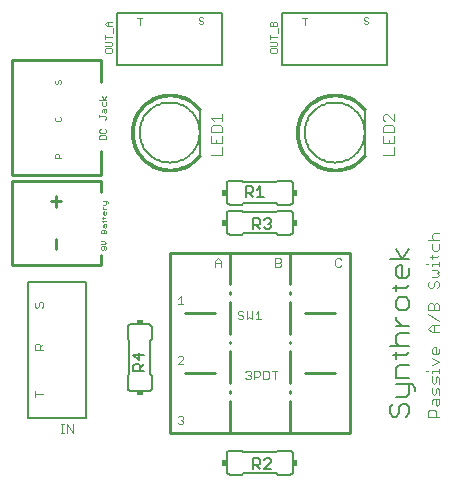
<source format=gto>
G75*
G70*
%OFA0B0*%
%FSLAX24Y24*%
%IPPOS*%
%LPD*%
%AMOC8*
5,1,8,0,0,1.08239X$1,22.5*
%
%ADD10C,0.0060*%
%ADD11C,0.0030*%
%ADD12C,0.0100*%
%ADD13C,0.0040*%
%ADD14C,0.0050*%
%ADD15C,0.0020*%
%ADD16C,0.0080*%
%ADD17C,0.0010*%
%ADD18R,0.0150X0.0200*%
%ADD19R,0.0200X0.0150*%
D10*
X004402Y003796D02*
X004402Y004196D01*
X004452Y004246D01*
X004452Y005359D01*
X004402Y005409D01*
X004402Y005809D01*
X004404Y005826D01*
X004408Y005843D01*
X004415Y005859D01*
X004425Y005873D01*
X004438Y005886D01*
X004452Y005896D01*
X004468Y005903D01*
X004485Y005907D01*
X004502Y005909D01*
X005102Y005909D01*
X005119Y005907D01*
X005136Y005903D01*
X005152Y005896D01*
X005166Y005886D01*
X005179Y005873D01*
X005189Y005859D01*
X005196Y005843D01*
X005200Y005826D01*
X005202Y005809D01*
X005202Y005409D01*
X005152Y005359D01*
X005152Y004246D01*
X005202Y004196D01*
X005202Y003796D01*
X005200Y003779D01*
X005196Y003762D01*
X005189Y003746D01*
X005179Y003732D01*
X005166Y003719D01*
X005152Y003709D01*
X005136Y003702D01*
X005119Y003698D01*
X005102Y003696D01*
X004502Y003696D01*
X004485Y003698D01*
X004468Y003702D01*
X004452Y003709D01*
X004438Y003719D01*
X004425Y003732D01*
X004415Y003746D01*
X004408Y003762D01*
X004404Y003779D01*
X004402Y003796D01*
X007696Y001602D02*
X007696Y001002D01*
X007698Y000985D01*
X007702Y000968D01*
X007709Y000952D01*
X007719Y000938D01*
X007732Y000925D01*
X007746Y000915D01*
X007762Y000908D01*
X007779Y000904D01*
X007796Y000902D01*
X008196Y000902D01*
X008246Y000952D01*
X009359Y000952D01*
X009409Y000902D01*
X009809Y000902D01*
X009826Y000904D01*
X009843Y000908D01*
X009859Y000915D01*
X009873Y000925D01*
X009886Y000938D01*
X009896Y000952D01*
X009903Y000968D01*
X009907Y000985D01*
X009909Y001002D01*
X009909Y001602D01*
X009907Y001619D01*
X009903Y001636D01*
X009896Y001652D01*
X009886Y001666D01*
X009873Y001679D01*
X009859Y001689D01*
X009843Y001696D01*
X009826Y001700D01*
X009809Y001702D01*
X009409Y001702D01*
X009359Y001652D01*
X008246Y001652D01*
X008196Y001702D01*
X007796Y001702D01*
X007779Y001700D01*
X007762Y001696D01*
X007746Y001689D01*
X007732Y001679D01*
X007719Y001666D01*
X007709Y001652D01*
X007702Y001636D01*
X007698Y001619D01*
X007696Y001602D01*
X013132Y002939D02*
X013239Y002832D01*
X013345Y002832D01*
X013452Y002939D01*
X013452Y003153D01*
X013559Y003259D01*
X013666Y003259D01*
X013772Y003153D01*
X013772Y002939D01*
X013666Y002832D01*
X013132Y002939D02*
X013132Y003153D01*
X013239Y003259D01*
X013345Y003477D02*
X013666Y003477D01*
X013772Y003584D01*
X013772Y003904D01*
X013879Y003904D02*
X013986Y003797D01*
X013986Y003690D01*
X013879Y003904D02*
X013345Y003904D01*
X013345Y004121D02*
X013345Y004442D01*
X013452Y004548D01*
X013772Y004548D01*
X013666Y004873D02*
X013772Y004979D01*
X013666Y004873D02*
X013239Y004873D01*
X013345Y004979D02*
X013345Y004766D01*
X013452Y005196D02*
X013345Y005302D01*
X013345Y005516D01*
X013452Y005623D01*
X013772Y005623D01*
X013772Y005840D02*
X013345Y005840D01*
X013345Y006054D02*
X013345Y006160D01*
X013345Y006054D02*
X013559Y005840D01*
X013452Y006377D02*
X013666Y006377D01*
X013772Y006484D01*
X013772Y006697D01*
X013666Y006804D01*
X013452Y006804D01*
X013345Y006697D01*
X013345Y006484D01*
X013452Y006377D01*
X013345Y007022D02*
X013345Y007235D01*
X013239Y007129D02*
X013666Y007129D01*
X013772Y007235D01*
X013666Y007451D02*
X013452Y007451D01*
X013345Y007558D01*
X013345Y007772D01*
X013452Y007878D01*
X013559Y007878D01*
X013559Y007451D01*
X013666Y007451D02*
X013772Y007558D01*
X013772Y007772D01*
X013772Y008096D02*
X013132Y008096D01*
X013345Y008416D02*
X013559Y008096D01*
X013772Y008416D01*
X013772Y005196D02*
X013132Y005196D01*
X013345Y004121D02*
X013772Y004121D01*
X009809Y008902D02*
X009409Y008902D01*
X009359Y008952D01*
X008246Y008952D01*
X008196Y008902D01*
X007796Y008902D01*
X007779Y008904D01*
X007762Y008908D01*
X007746Y008915D01*
X007732Y008925D01*
X007719Y008938D01*
X007709Y008952D01*
X007702Y008968D01*
X007698Y008985D01*
X007696Y009002D01*
X007696Y009602D01*
X007698Y009619D01*
X007702Y009636D01*
X007709Y009652D01*
X007719Y009666D01*
X007732Y009679D01*
X007746Y009689D01*
X007762Y009696D01*
X007779Y009700D01*
X007796Y009702D01*
X008196Y009702D01*
X008246Y009652D01*
X009359Y009652D01*
X009409Y009702D01*
X009809Y009702D01*
X009826Y009700D01*
X009843Y009696D01*
X009859Y009689D01*
X009873Y009679D01*
X009886Y009666D01*
X009896Y009652D01*
X009903Y009636D01*
X009907Y009619D01*
X009909Y009602D01*
X009909Y009002D01*
X009907Y008985D01*
X009903Y008968D01*
X009896Y008952D01*
X009886Y008938D01*
X009873Y008925D01*
X009859Y008915D01*
X009843Y008908D01*
X009826Y008904D01*
X009809Y008902D01*
X009809Y009902D02*
X009409Y009902D01*
X009359Y009952D01*
X008246Y009952D01*
X008196Y009902D01*
X007796Y009902D01*
X007779Y009904D01*
X007762Y009908D01*
X007746Y009915D01*
X007732Y009925D01*
X007719Y009938D01*
X007709Y009952D01*
X007702Y009968D01*
X007698Y009985D01*
X007696Y010002D01*
X007696Y010602D01*
X007698Y010619D01*
X007702Y010636D01*
X007709Y010652D01*
X007719Y010666D01*
X007732Y010679D01*
X007746Y010689D01*
X007762Y010696D01*
X007779Y010700D01*
X007796Y010702D01*
X008196Y010702D01*
X008246Y010652D01*
X009359Y010652D01*
X009409Y010702D01*
X009809Y010702D01*
X009826Y010700D01*
X009843Y010696D01*
X009859Y010689D01*
X009873Y010679D01*
X009886Y010666D01*
X009896Y010652D01*
X009903Y010636D01*
X009907Y010619D01*
X009909Y010602D01*
X009909Y010002D01*
X009907Y009985D01*
X009903Y009968D01*
X009896Y009952D01*
X009886Y009938D01*
X009873Y009925D01*
X009859Y009915D01*
X009843Y009908D01*
X009826Y009904D01*
X009809Y009902D01*
X010302Y012302D02*
X010304Y012365D01*
X010310Y012427D01*
X010320Y012489D01*
X010333Y012551D01*
X010351Y012611D01*
X010372Y012670D01*
X010397Y012728D01*
X010426Y012784D01*
X010458Y012838D01*
X010493Y012890D01*
X010531Y012939D01*
X010573Y012987D01*
X010617Y013031D01*
X010665Y013073D01*
X010714Y013111D01*
X010766Y013146D01*
X010820Y013178D01*
X010876Y013207D01*
X010934Y013232D01*
X010993Y013253D01*
X011053Y013271D01*
X011115Y013284D01*
X011177Y013294D01*
X011239Y013300D01*
X011302Y013302D01*
X011365Y013300D01*
X011427Y013294D01*
X011489Y013284D01*
X011551Y013271D01*
X011611Y013253D01*
X011670Y013232D01*
X011728Y013207D01*
X011784Y013178D01*
X011838Y013146D01*
X011890Y013111D01*
X011939Y013073D01*
X011987Y013031D01*
X012031Y012987D01*
X012073Y012939D01*
X012111Y012890D01*
X012146Y012838D01*
X012178Y012784D01*
X012207Y012728D01*
X012232Y012670D01*
X012253Y012611D01*
X012271Y012551D01*
X012284Y012489D01*
X012294Y012427D01*
X012300Y012365D01*
X012302Y012302D01*
X012300Y012239D01*
X012294Y012177D01*
X012284Y012115D01*
X012271Y012053D01*
X012253Y011993D01*
X012232Y011934D01*
X012207Y011876D01*
X012178Y011820D01*
X012146Y011766D01*
X012111Y011714D01*
X012073Y011665D01*
X012031Y011617D01*
X011987Y011573D01*
X011939Y011531D01*
X011890Y011493D01*
X011838Y011458D01*
X011784Y011426D01*
X011728Y011397D01*
X011670Y011372D01*
X011611Y011351D01*
X011551Y011333D01*
X011489Y011320D01*
X011427Y011310D01*
X011365Y011304D01*
X011302Y011302D01*
X011239Y011304D01*
X011177Y011310D01*
X011115Y011320D01*
X011053Y011333D01*
X010993Y011351D01*
X010934Y011372D01*
X010876Y011397D01*
X010820Y011426D01*
X010766Y011458D01*
X010714Y011493D01*
X010665Y011531D01*
X010617Y011573D01*
X010573Y011617D01*
X010531Y011665D01*
X010493Y011714D01*
X010458Y011766D01*
X010426Y011820D01*
X010397Y011876D01*
X010372Y011934D01*
X010351Y011993D01*
X010333Y012053D01*
X010320Y012115D01*
X010310Y012177D01*
X010304Y012239D01*
X010302Y012302D01*
X004802Y012302D02*
X004804Y012365D01*
X004810Y012427D01*
X004820Y012489D01*
X004833Y012551D01*
X004851Y012611D01*
X004872Y012670D01*
X004897Y012728D01*
X004926Y012784D01*
X004958Y012838D01*
X004993Y012890D01*
X005031Y012939D01*
X005073Y012987D01*
X005117Y013031D01*
X005165Y013073D01*
X005214Y013111D01*
X005266Y013146D01*
X005320Y013178D01*
X005376Y013207D01*
X005434Y013232D01*
X005493Y013253D01*
X005553Y013271D01*
X005615Y013284D01*
X005677Y013294D01*
X005739Y013300D01*
X005802Y013302D01*
X005865Y013300D01*
X005927Y013294D01*
X005989Y013284D01*
X006051Y013271D01*
X006111Y013253D01*
X006170Y013232D01*
X006228Y013207D01*
X006284Y013178D01*
X006338Y013146D01*
X006390Y013111D01*
X006439Y013073D01*
X006487Y013031D01*
X006531Y012987D01*
X006573Y012939D01*
X006611Y012890D01*
X006646Y012838D01*
X006678Y012784D01*
X006707Y012728D01*
X006732Y012670D01*
X006753Y012611D01*
X006771Y012551D01*
X006784Y012489D01*
X006794Y012427D01*
X006800Y012365D01*
X006802Y012302D01*
X006800Y012239D01*
X006794Y012177D01*
X006784Y012115D01*
X006771Y012053D01*
X006753Y011993D01*
X006732Y011934D01*
X006707Y011876D01*
X006678Y011820D01*
X006646Y011766D01*
X006611Y011714D01*
X006573Y011665D01*
X006531Y011617D01*
X006487Y011573D01*
X006439Y011531D01*
X006390Y011493D01*
X006338Y011458D01*
X006284Y011426D01*
X006228Y011397D01*
X006170Y011372D01*
X006111Y011351D01*
X006051Y011333D01*
X005989Y011320D01*
X005927Y011310D01*
X005865Y011304D01*
X005802Y011302D01*
X005739Y011304D01*
X005677Y011310D01*
X005615Y011320D01*
X005553Y011333D01*
X005493Y011351D01*
X005434Y011372D01*
X005376Y011397D01*
X005320Y011426D01*
X005266Y011458D01*
X005214Y011493D01*
X005165Y011531D01*
X005117Y011573D01*
X005073Y011617D01*
X005031Y011665D01*
X004993Y011714D01*
X004958Y011766D01*
X004926Y011820D01*
X004897Y011876D01*
X004872Y011934D01*
X004851Y011993D01*
X004833Y012053D01*
X004820Y012115D01*
X004810Y012177D01*
X004804Y012239D01*
X004802Y012302D01*
D11*
X002273Y002297D02*
X002176Y002297D01*
X002225Y002297D02*
X002225Y002588D01*
X002273Y002588D02*
X002176Y002588D01*
X002373Y002588D02*
X002373Y002297D01*
X002566Y002297D02*
X002566Y002588D01*
X002373Y002588D02*
X002566Y002297D01*
X001587Y003589D02*
X001297Y003589D01*
X001297Y003492D02*
X001297Y003686D01*
X001297Y005067D02*
X001297Y005212D01*
X001346Y005261D01*
X001442Y005261D01*
X001491Y005212D01*
X001491Y005067D01*
X001587Y005067D02*
X001297Y005067D01*
X001491Y005164D02*
X001587Y005261D01*
X001539Y006467D02*
X001587Y006516D01*
X001587Y006612D01*
X001539Y006661D01*
X001491Y006661D01*
X001442Y006612D01*
X001442Y006516D01*
X001394Y006467D01*
X001346Y006467D01*
X001297Y006516D01*
X001297Y006612D01*
X001346Y006661D01*
X001967Y011454D02*
X001967Y011559D01*
X002002Y011594D01*
X002072Y011594D01*
X002107Y011559D01*
X002107Y011454D01*
X002177Y011454D02*
X001967Y011454D01*
X002002Y012679D02*
X002142Y012679D01*
X002177Y012714D01*
X002177Y012784D01*
X002142Y012819D01*
X002002Y012819D02*
X001967Y012784D01*
X001967Y012714D01*
X002002Y012679D01*
X002002Y013914D02*
X002037Y013914D01*
X002072Y013949D01*
X002072Y014019D01*
X002107Y014054D01*
X002142Y014054D01*
X002177Y014019D01*
X002177Y013949D01*
X002142Y013914D01*
X002002Y013914D02*
X001967Y013949D01*
X001967Y014019D01*
X002002Y014054D01*
X003460Y013398D02*
X003670Y013398D01*
X003600Y013398D02*
X003530Y013503D01*
X003600Y013398D02*
X003670Y013503D01*
X003670Y013317D02*
X003670Y013212D01*
X003635Y013177D01*
X003565Y013177D01*
X003530Y013212D01*
X003530Y013317D01*
X003565Y013096D02*
X003670Y013096D01*
X003670Y012991D01*
X003635Y012956D01*
X003600Y012991D01*
X003600Y013096D01*
X003565Y013096D02*
X003530Y013061D01*
X003530Y012991D01*
X003460Y012875D02*
X003460Y012805D01*
X003460Y012840D02*
X003635Y012840D01*
X003670Y012805D01*
X003670Y012770D01*
X003635Y012735D01*
X003635Y012433D02*
X003670Y012398D01*
X003670Y012328D01*
X003635Y012293D01*
X003495Y012293D01*
X003460Y012328D01*
X003460Y012398D01*
X003495Y012433D01*
X003495Y012212D02*
X003460Y012177D01*
X003460Y012072D01*
X003670Y012072D01*
X003670Y012177D01*
X003635Y012212D01*
X003495Y012212D01*
X007167Y012183D02*
X007167Y011936D01*
X007537Y011936D01*
X007537Y012183D01*
X007537Y012304D02*
X007537Y012489D01*
X007476Y012551D01*
X007229Y012551D01*
X007167Y012489D01*
X007167Y012304D01*
X007537Y012304D01*
X007352Y012059D02*
X007352Y011936D01*
X007537Y011814D02*
X007537Y011567D01*
X007167Y011567D01*
X007291Y012672D02*
X007167Y012796D01*
X007537Y012796D01*
X007537Y012919D02*
X007537Y012672D01*
X012917Y012734D02*
X012979Y012672D01*
X012917Y012734D02*
X012917Y012857D01*
X012979Y012919D01*
X013041Y012919D01*
X013287Y012672D01*
X013287Y012919D01*
X013226Y012551D02*
X012979Y012551D01*
X012917Y012489D01*
X012917Y012304D01*
X013287Y012304D01*
X013287Y012489D01*
X013226Y012551D01*
X013287Y012183D02*
X013287Y011936D01*
X012917Y011936D01*
X012917Y012183D01*
X013102Y012059D02*
X013102Y011936D01*
X013287Y011814D02*
X013287Y011567D01*
X012917Y011567D01*
X014602Y008957D02*
X014787Y008957D01*
X014602Y008957D02*
X014541Y008895D01*
X014541Y008772D01*
X014602Y008710D01*
X014541Y008589D02*
X014541Y008404D01*
X014602Y008342D01*
X014726Y008342D01*
X014787Y008404D01*
X014787Y008589D01*
X014787Y008710D02*
X014417Y008710D01*
X014541Y008220D02*
X014541Y008096D01*
X014479Y008158D02*
X014726Y008158D01*
X014787Y008220D01*
X014787Y007974D02*
X014787Y007851D01*
X014787Y007913D02*
X014541Y007913D01*
X014541Y007851D01*
X014541Y007729D02*
X014726Y007729D01*
X014787Y007668D01*
X014726Y007606D01*
X014787Y007544D01*
X014726Y007483D01*
X014541Y007483D01*
X014479Y007361D02*
X014417Y007299D01*
X014417Y007176D01*
X014479Y007114D01*
X014541Y007114D01*
X014602Y007176D01*
X014602Y007299D01*
X014664Y007361D01*
X014726Y007361D01*
X014787Y007299D01*
X014787Y007176D01*
X014726Y007114D01*
X014726Y006624D02*
X014664Y006624D01*
X014602Y006563D01*
X014602Y006378D01*
X014602Y006563D02*
X014541Y006624D01*
X014479Y006624D01*
X014417Y006563D01*
X014417Y006378D01*
X014787Y006378D01*
X014787Y006563D01*
X014726Y006624D01*
X014417Y006256D02*
X014787Y006009D01*
X014787Y005888D02*
X014541Y005888D01*
X014417Y005764D01*
X014541Y005641D01*
X014787Y005641D01*
X014602Y005641D02*
X014602Y005888D01*
X014602Y005151D02*
X014664Y005151D01*
X014664Y004904D01*
X014726Y004904D02*
X014602Y004904D01*
X014541Y004966D01*
X014541Y005090D01*
X014602Y005151D01*
X014787Y005090D02*
X014787Y004966D01*
X014726Y004904D01*
X014541Y004783D02*
X014787Y004660D01*
X014541Y004536D01*
X014541Y004352D02*
X014787Y004352D01*
X014787Y004291D02*
X014787Y004414D01*
X014726Y004169D02*
X014664Y004107D01*
X014664Y003984D01*
X014602Y003922D01*
X014541Y003984D01*
X014541Y004169D01*
X014541Y004291D02*
X014541Y004352D01*
X014417Y004352D02*
X014355Y004352D01*
X014726Y004169D02*
X014787Y004107D01*
X014787Y003922D01*
X014726Y003801D02*
X014664Y003739D01*
X014664Y003616D01*
X014602Y003554D01*
X014541Y003616D01*
X014541Y003801D01*
X014726Y003801D02*
X014787Y003739D01*
X014787Y003554D01*
X014787Y003433D02*
X014787Y003247D01*
X014726Y003186D01*
X014664Y003247D01*
X014664Y003433D01*
X014602Y003433D02*
X014787Y003433D01*
X014602Y003433D02*
X014541Y003371D01*
X014541Y003247D01*
X014602Y003064D02*
X014479Y003064D01*
X014417Y003003D01*
X014417Y002817D01*
X014787Y002817D01*
X014664Y002817D02*
X014664Y003003D01*
X014602Y003064D01*
X014417Y007913D02*
X014355Y007913D01*
D12*
X011802Y008302D02*
X011802Y002302D01*
X009802Y002302D01*
X009802Y003359D01*
X009802Y003630D02*
X009802Y003679D01*
X009802Y003950D02*
X009802Y005007D01*
X009802Y005278D02*
X009802Y005327D01*
X009802Y005598D02*
X009802Y006655D01*
X009802Y006925D02*
X009802Y006975D01*
X009802Y007245D02*
X009802Y008302D01*
X011802Y008302D01*
X011302Y006302D02*
X010302Y006302D01*
X010302Y004302D02*
X011302Y004302D01*
X009802Y002302D02*
X007802Y002302D01*
X007802Y003359D01*
X007802Y003630D02*
X007802Y003679D01*
X007802Y003950D02*
X007802Y005007D01*
X007802Y005278D02*
X007802Y005327D01*
X007802Y005598D02*
X007802Y006655D01*
X007802Y006925D02*
X007802Y006975D01*
X007802Y007245D02*
X007802Y008302D01*
X009802Y008302D01*
X007802Y008302D02*
X005802Y008302D01*
X005802Y002302D01*
X007802Y002302D01*
X007302Y004302D02*
X006302Y004302D01*
X006302Y006302D02*
X007302Y006302D01*
X003527Y007902D02*
X003527Y008210D01*
X003527Y007902D02*
X000552Y007902D01*
X000552Y010702D01*
X003527Y010702D01*
X003527Y010307D01*
X003527Y010877D02*
X003527Y011685D01*
X003527Y010877D02*
X000552Y010877D01*
X000552Y014727D01*
X003527Y014727D01*
X003527Y013992D01*
X002017Y010182D02*
X002017Y009827D01*
X001842Y010007D02*
X002192Y010007D01*
X002017Y008767D02*
X002017Y008417D01*
D13*
X006072Y006759D02*
X006166Y006853D01*
X006166Y006572D01*
X006259Y006572D02*
X006072Y006572D01*
X007322Y007822D02*
X007322Y008009D01*
X007416Y008103D01*
X007509Y008009D01*
X007509Y007822D01*
X007509Y007962D02*
X007322Y007962D01*
X008119Y006353D02*
X008072Y006306D01*
X008072Y006259D01*
X008119Y006212D01*
X008212Y006212D01*
X008259Y006166D01*
X008259Y006119D01*
X008212Y006072D01*
X008119Y006072D01*
X008072Y006119D01*
X008259Y006306D02*
X008212Y006353D01*
X008119Y006353D01*
X008367Y006353D02*
X008367Y006072D01*
X008460Y006166D01*
X008554Y006072D01*
X008554Y006353D01*
X008662Y006259D02*
X008755Y006353D01*
X008755Y006072D01*
X008662Y006072D02*
X008848Y006072D01*
X008912Y004353D02*
X009052Y004353D01*
X009098Y004306D01*
X009098Y004119D01*
X009052Y004072D01*
X008912Y004072D01*
X008912Y004353D01*
X008804Y004306D02*
X008804Y004212D01*
X008757Y004166D01*
X008617Y004166D01*
X008617Y004072D02*
X008617Y004353D01*
X008757Y004353D01*
X008804Y004306D01*
X008509Y004306D02*
X008509Y004259D01*
X008462Y004212D01*
X008509Y004166D01*
X008509Y004119D01*
X008462Y004072D01*
X008369Y004072D01*
X008322Y004119D01*
X008416Y004212D02*
X008462Y004212D01*
X008509Y004306D02*
X008462Y004353D01*
X008369Y004353D01*
X008322Y004306D01*
X009206Y004353D02*
X009393Y004353D01*
X009300Y004353D02*
X009300Y004072D01*
X006259Y004572D02*
X006072Y004572D01*
X006259Y004759D01*
X006259Y004806D01*
X006212Y004853D01*
X006119Y004853D01*
X006072Y004806D01*
X006119Y002853D02*
X006072Y002806D01*
X006119Y002853D02*
X006212Y002853D01*
X006259Y002806D01*
X006259Y002759D01*
X006212Y002712D01*
X006259Y002666D01*
X006259Y002619D01*
X006212Y002572D01*
X006119Y002572D01*
X006072Y002619D01*
X006166Y002712D02*
X006212Y002712D01*
X009322Y007822D02*
X009462Y007822D01*
X009509Y007869D01*
X009509Y007916D01*
X009462Y007962D01*
X009322Y007962D01*
X009322Y007822D02*
X009322Y008103D01*
X009462Y008103D01*
X009509Y008056D01*
X009509Y008009D01*
X009462Y007962D01*
X011322Y007869D02*
X011369Y007822D01*
X011462Y007822D01*
X011509Y007869D01*
X011322Y007869D02*
X011322Y008056D01*
X011369Y008103D01*
X011462Y008103D01*
X011509Y008056D01*
D14*
X009179Y009146D02*
X009121Y009087D01*
X009004Y009087D01*
X008946Y009146D01*
X008811Y009087D02*
X008694Y009204D01*
X008752Y009204D02*
X008811Y009262D01*
X008811Y009379D01*
X008752Y009438D01*
X008577Y009438D01*
X008577Y009087D01*
X008577Y009204D02*
X008752Y009204D01*
X008946Y009379D02*
X009004Y009438D01*
X009121Y009438D01*
X009179Y009379D01*
X009179Y009321D01*
X009121Y009262D01*
X009179Y009204D01*
X009179Y009146D01*
X009121Y009262D02*
X009062Y009262D01*
X008943Y010167D02*
X008709Y010167D01*
X008826Y010167D02*
X008826Y010518D01*
X008709Y010401D01*
X008574Y010459D02*
X008574Y010342D01*
X008516Y010284D01*
X008341Y010284D01*
X008457Y010284D02*
X008574Y010167D01*
X008341Y010167D02*
X008341Y010518D01*
X008516Y010518D01*
X008574Y010459D01*
X009552Y014552D02*
X009552Y016302D01*
X013052Y016302D01*
X013052Y014552D01*
X009552Y014552D01*
X007552Y014552D02*
X004052Y014552D01*
X004052Y016302D01*
X007552Y016302D01*
X007552Y014552D01*
X003002Y007327D02*
X001077Y007327D01*
X001077Y002777D01*
X003002Y002777D01*
X003002Y007327D01*
X004587Y004884D02*
X004762Y004709D01*
X004762Y004943D01*
X004937Y004884D02*
X004587Y004884D01*
X004645Y004574D02*
X004762Y004574D01*
X004821Y004516D01*
X004821Y004341D01*
X004937Y004341D02*
X004587Y004341D01*
X004587Y004516D01*
X004645Y004574D01*
X004821Y004457D02*
X004937Y004574D01*
X008577Y001438D02*
X008577Y001087D01*
X008577Y001204D02*
X008752Y001204D01*
X008811Y001262D01*
X008811Y001379D01*
X008752Y001438D01*
X008577Y001438D01*
X008694Y001204D02*
X008811Y001087D01*
X008946Y001087D02*
X009179Y001321D01*
X009179Y001379D01*
X009121Y001438D01*
X009004Y001438D01*
X008946Y001379D01*
X008946Y001087D02*
X009179Y001087D01*
D15*
X003656Y008386D02*
X003686Y008416D01*
X003686Y008476D01*
X003656Y008506D01*
X003536Y008506D01*
X003506Y008476D01*
X003506Y008416D01*
X003536Y008386D01*
X003566Y008386D01*
X003596Y008416D01*
X003596Y008506D01*
X003626Y008570D02*
X003506Y008570D01*
X003626Y008570D02*
X003686Y008630D01*
X003626Y008690D01*
X003506Y008690D01*
X003506Y008938D02*
X003506Y009028D01*
X003536Y009058D01*
X003566Y009058D01*
X003596Y009028D01*
X003596Y008938D01*
X003686Y008938D02*
X003686Y009028D01*
X003656Y009058D01*
X003626Y009058D01*
X003596Y009028D01*
X003656Y009122D02*
X003626Y009152D01*
X003626Y009242D01*
X003596Y009242D02*
X003686Y009242D01*
X003686Y009152D01*
X003656Y009122D01*
X003566Y009152D02*
X003566Y009212D01*
X003596Y009242D01*
X003566Y009306D02*
X003566Y009367D01*
X003536Y009336D02*
X003656Y009336D01*
X003686Y009367D01*
X003656Y009459D02*
X003536Y009459D01*
X003566Y009429D02*
X003566Y009489D01*
X003596Y009552D02*
X003566Y009582D01*
X003566Y009642D01*
X003596Y009672D01*
X003626Y009672D01*
X003626Y009552D01*
X003656Y009552D02*
X003596Y009552D01*
X003656Y009552D02*
X003686Y009582D01*
X003686Y009642D01*
X003686Y009736D02*
X003566Y009736D01*
X003626Y009736D02*
X003566Y009796D01*
X003566Y009826D01*
X003566Y009890D02*
X003656Y009890D01*
X003686Y009920D01*
X003686Y010010D01*
X003716Y010010D02*
X003746Y009980D01*
X003746Y009950D01*
X003716Y010010D02*
X003566Y010010D01*
X003686Y009489D02*
X003656Y009459D01*
X003686Y008938D02*
X003506Y008938D01*
X003684Y014962D02*
X003831Y014962D01*
X003867Y014999D01*
X003867Y015072D01*
X003831Y015109D01*
X003684Y015109D01*
X003647Y015072D01*
X003647Y014999D01*
X003684Y014962D01*
X003647Y015183D02*
X003831Y015183D01*
X003867Y015220D01*
X003867Y015293D01*
X003831Y015330D01*
X003647Y015330D01*
X003647Y015404D02*
X003647Y015551D01*
X003647Y015478D02*
X003867Y015478D01*
X003904Y015625D02*
X003904Y015772D01*
X003867Y015846D02*
X003721Y015846D01*
X003647Y015920D01*
X003721Y015993D01*
X003867Y015993D01*
X003757Y015993D02*
X003757Y015846D01*
X004725Y016120D02*
X004872Y016120D01*
X004798Y016120D02*
X004798Y015900D01*
X006775Y015962D02*
X006812Y015925D01*
X006885Y015925D01*
X006922Y015962D01*
X006922Y015998D01*
X006885Y016035D01*
X006812Y016035D01*
X006775Y016072D01*
X006775Y016108D01*
X006812Y016145D01*
X006885Y016145D01*
X006922Y016108D01*
X009147Y015956D02*
X009147Y015846D01*
X009367Y015846D01*
X009367Y015956D01*
X009331Y015993D01*
X009294Y015993D01*
X009257Y015956D01*
X009257Y015846D01*
X009257Y015956D02*
X009221Y015993D01*
X009184Y015993D01*
X009147Y015956D01*
X009404Y015772D02*
X009404Y015625D01*
X009367Y015478D02*
X009147Y015478D01*
X009147Y015551D02*
X009147Y015404D01*
X009147Y015330D02*
X009331Y015330D01*
X009367Y015293D01*
X009367Y015220D01*
X009331Y015183D01*
X009147Y015183D01*
X009184Y015109D02*
X009147Y015072D01*
X009147Y014999D01*
X009184Y014962D01*
X009331Y014962D01*
X009367Y014999D01*
X009367Y015072D01*
X009331Y015109D01*
X009184Y015109D01*
X010298Y015900D02*
X010298Y016120D01*
X010225Y016120D02*
X010372Y016120D01*
X012275Y016108D02*
X012275Y016072D01*
X012312Y016035D01*
X012385Y016035D01*
X012422Y015998D01*
X012422Y015962D01*
X012385Y015925D01*
X012312Y015925D01*
X012275Y015962D01*
X012275Y016108D02*
X012312Y016145D01*
X012385Y016145D01*
X012422Y016108D01*
D16*
X012302Y013052D02*
X012302Y011552D01*
X006802Y011552D02*
X006802Y013052D01*
D17*
X006834Y013082D02*
X006762Y013028D01*
X006763Y013029D02*
X006720Y013082D01*
X006675Y013133D01*
X006626Y013181D01*
X006575Y013226D01*
X006521Y013269D01*
X006465Y013308D01*
X006407Y013344D01*
X006347Y013377D01*
X006286Y013406D01*
X006222Y013431D01*
X006158Y013453D01*
X006092Y013472D01*
X006025Y013486D01*
X005958Y013497D01*
X005890Y013504D01*
X005822Y013507D01*
X005753Y013506D01*
X005685Y013501D01*
X005617Y013493D01*
X005550Y013480D01*
X005484Y013464D01*
X005419Y013444D01*
X005354Y013421D01*
X005292Y013394D01*
X005231Y013363D01*
X005172Y013329D01*
X005114Y013292D01*
X005059Y013251D01*
X005007Y013207D01*
X004957Y013161D01*
X004910Y013112D01*
X004865Y013060D01*
X004824Y013006D01*
X004785Y012949D01*
X004750Y012890D01*
X004719Y012830D01*
X004691Y012768D01*
X004666Y012704D01*
X004645Y012639D01*
X004628Y012573D01*
X004614Y012506D01*
X004605Y012438D01*
X004599Y012370D01*
X004597Y012302D01*
X004599Y012234D01*
X004605Y012166D01*
X004614Y012098D01*
X004628Y012031D01*
X004645Y011965D01*
X004666Y011900D01*
X004691Y011836D01*
X004719Y011774D01*
X004750Y011714D01*
X004785Y011655D01*
X004824Y011598D01*
X004865Y011544D01*
X004910Y011492D01*
X004957Y011443D01*
X005007Y011397D01*
X005059Y011353D01*
X005114Y011312D01*
X005172Y011275D01*
X005231Y011241D01*
X005292Y011210D01*
X005354Y011183D01*
X005419Y011160D01*
X005484Y011140D01*
X005550Y011124D01*
X005617Y011111D01*
X005685Y011103D01*
X005753Y011098D01*
X005822Y011097D01*
X005890Y011100D01*
X005958Y011107D01*
X006025Y011118D01*
X006092Y011132D01*
X006158Y011151D01*
X006222Y011173D01*
X006286Y011198D01*
X006347Y011227D01*
X006407Y011260D01*
X006465Y011296D01*
X006521Y011335D01*
X006575Y011378D01*
X006626Y011423D01*
X006675Y011471D01*
X006720Y011522D01*
X006763Y011575D01*
X006834Y011522D01*
X006835Y011521D01*
X006791Y011466D01*
X006743Y011413D01*
X006693Y011362D01*
X006640Y011315D01*
X006585Y011271D01*
X006527Y011229D01*
X006467Y011191D01*
X006406Y011156D01*
X006342Y011125D01*
X006277Y011097D01*
X006210Y011073D01*
X006142Y011052D01*
X006073Y011036D01*
X006003Y011023D01*
X005933Y011014D01*
X005862Y011008D01*
X005791Y011007D01*
X005720Y011010D01*
X005649Y011016D01*
X005579Y011026D01*
X005510Y011040D01*
X005441Y011058D01*
X005373Y011080D01*
X005307Y011105D01*
X005242Y011134D01*
X005179Y011167D01*
X005118Y011203D01*
X005059Y011242D01*
X005002Y011284D01*
X004947Y011329D01*
X004895Y011378D01*
X004846Y011429D01*
X004799Y011482D01*
X004756Y011539D01*
X004716Y011597D01*
X004679Y011658D01*
X004645Y011720D01*
X004615Y011784D01*
X004588Y011850D01*
X004565Y011917D01*
X004546Y011986D01*
X004531Y012055D01*
X004519Y012125D01*
X004511Y012196D01*
X004507Y012267D01*
X004507Y012337D01*
X004511Y012408D01*
X004519Y012479D01*
X004531Y012549D01*
X004546Y012618D01*
X004565Y012687D01*
X004588Y012754D01*
X004615Y012820D01*
X004645Y012884D01*
X004679Y012946D01*
X004716Y013007D01*
X004756Y013065D01*
X004799Y013122D01*
X004846Y013175D01*
X004895Y013226D01*
X004947Y013275D01*
X005002Y013320D01*
X005059Y013362D01*
X005118Y013401D01*
X005179Y013437D01*
X005242Y013470D01*
X005307Y013499D01*
X005373Y013524D01*
X005441Y013546D01*
X005510Y013564D01*
X005579Y013578D01*
X005649Y013588D01*
X005720Y013594D01*
X005791Y013597D01*
X005862Y013596D01*
X005933Y013590D01*
X006003Y013581D01*
X006073Y013568D01*
X006142Y013552D01*
X006210Y013531D01*
X006277Y013507D01*
X006342Y013479D01*
X006406Y013448D01*
X006467Y013413D01*
X006527Y013375D01*
X006585Y013333D01*
X006640Y013289D01*
X006693Y013242D01*
X006743Y013191D01*
X006791Y013138D01*
X006835Y013083D01*
X006828Y013078D01*
X006783Y013133D01*
X006736Y013186D01*
X006685Y013237D01*
X006632Y013284D01*
X006576Y013329D01*
X006518Y013370D01*
X006458Y013408D01*
X006396Y013443D01*
X006332Y013474D01*
X006266Y013501D01*
X006199Y013525D01*
X006130Y013545D01*
X006061Y013562D01*
X005991Y013574D01*
X005920Y013583D01*
X005849Y013587D01*
X005778Y013588D01*
X005707Y013584D01*
X005636Y013577D01*
X005565Y013566D01*
X005496Y013551D01*
X005427Y013532D01*
X005359Y013509D01*
X005293Y013483D01*
X005228Y013453D01*
X005166Y013419D01*
X005105Y013383D01*
X005046Y013342D01*
X004989Y013299D01*
X004935Y013252D01*
X004884Y013203D01*
X004836Y013150D01*
X004790Y013096D01*
X004748Y013038D01*
X004709Y012979D01*
X004673Y012917D01*
X004640Y012854D01*
X004612Y012789D01*
X004586Y012722D01*
X004565Y012654D01*
X004547Y012585D01*
X004534Y012515D01*
X004524Y012444D01*
X004518Y012373D01*
X004516Y012302D01*
X004518Y012231D01*
X004524Y012160D01*
X004534Y012089D01*
X004547Y012019D01*
X004565Y011950D01*
X004586Y011882D01*
X004612Y011815D01*
X004640Y011750D01*
X004673Y011687D01*
X004709Y011625D01*
X004748Y011566D01*
X004790Y011508D01*
X004836Y011454D01*
X004884Y011401D01*
X004935Y011352D01*
X004989Y011305D01*
X005046Y011262D01*
X005105Y011221D01*
X005166Y011185D01*
X005228Y011151D01*
X005293Y011121D01*
X005359Y011095D01*
X005427Y011072D01*
X005496Y011053D01*
X005565Y011038D01*
X005636Y011027D01*
X005707Y011020D01*
X005778Y011016D01*
X005849Y011017D01*
X005920Y011021D01*
X005991Y011030D01*
X006061Y011042D01*
X006130Y011059D01*
X006199Y011079D01*
X006266Y011103D01*
X006332Y011130D01*
X006396Y011161D01*
X006458Y011196D01*
X006518Y011234D01*
X006576Y011275D01*
X006632Y011320D01*
X006685Y011367D01*
X006736Y011418D01*
X006783Y011471D01*
X006828Y011526D01*
X006821Y011532D01*
X006776Y011477D01*
X006729Y011424D01*
X006679Y011374D01*
X006626Y011327D01*
X006571Y011283D01*
X006513Y011241D01*
X006454Y011204D01*
X006392Y011169D01*
X006328Y011138D01*
X006263Y011111D01*
X006196Y011087D01*
X006128Y011067D01*
X006059Y011051D01*
X005990Y011039D01*
X005919Y011030D01*
X005849Y011026D01*
X005778Y011025D01*
X005707Y011029D01*
X005637Y011036D01*
X005567Y011047D01*
X005498Y011062D01*
X005430Y011081D01*
X005362Y011103D01*
X005297Y011129D01*
X005232Y011159D01*
X005170Y011192D01*
X005110Y011229D01*
X005051Y011269D01*
X004995Y011312D01*
X004941Y011358D01*
X004891Y011408D01*
X004842Y011459D01*
X004797Y011514D01*
X004755Y011571D01*
X004716Y011630D01*
X004681Y011691D01*
X004648Y011754D01*
X004620Y011819D01*
X004595Y011885D01*
X004574Y011953D01*
X004556Y012021D01*
X004543Y012091D01*
X004533Y012161D01*
X004527Y012231D01*
X004525Y012302D01*
X004527Y012373D01*
X004533Y012443D01*
X004543Y012513D01*
X004556Y012583D01*
X004574Y012651D01*
X004595Y012719D01*
X004620Y012785D01*
X004648Y012850D01*
X004681Y012913D01*
X004716Y012974D01*
X004755Y013033D01*
X004797Y013090D01*
X004842Y013145D01*
X004891Y013196D01*
X004941Y013246D01*
X004995Y013292D01*
X005051Y013335D01*
X005110Y013375D01*
X005170Y013412D01*
X005232Y013445D01*
X005297Y013475D01*
X005362Y013501D01*
X005430Y013523D01*
X005498Y013542D01*
X005567Y013557D01*
X005637Y013568D01*
X005707Y013575D01*
X005778Y013579D01*
X005849Y013578D01*
X005919Y013574D01*
X005990Y013565D01*
X006059Y013553D01*
X006128Y013537D01*
X006196Y013517D01*
X006263Y013493D01*
X006328Y013466D01*
X006392Y013435D01*
X006454Y013400D01*
X006513Y013363D01*
X006571Y013321D01*
X006626Y013277D01*
X006679Y013230D01*
X006729Y013180D01*
X006776Y013127D01*
X006821Y013072D01*
X006813Y013067D01*
X006769Y013122D01*
X006721Y013175D01*
X006671Y013225D01*
X006618Y013273D01*
X006562Y013317D01*
X006504Y013358D01*
X006444Y013395D01*
X006382Y013430D01*
X006318Y013460D01*
X006252Y013487D01*
X006185Y013511D01*
X006117Y013530D01*
X006047Y013546D01*
X005977Y013558D01*
X005907Y013566D01*
X005836Y013570D01*
X005765Y013569D01*
X005694Y013565D01*
X005623Y013557D01*
X005553Y013545D01*
X005484Y013529D01*
X005416Y013510D01*
X005348Y013486D01*
X005283Y013459D01*
X005219Y013428D01*
X005157Y013394D01*
X005097Y013356D01*
X005039Y013314D01*
X004983Y013270D01*
X004930Y013223D01*
X004880Y013172D01*
X004833Y013119D01*
X004788Y013064D01*
X004747Y013006D01*
X004710Y012946D01*
X004675Y012883D01*
X004644Y012819D01*
X004617Y012754D01*
X004594Y012687D01*
X004574Y012618D01*
X004558Y012549D01*
X004546Y012479D01*
X004538Y012408D01*
X004534Y012338D01*
X004534Y012266D01*
X004538Y012196D01*
X004546Y012125D01*
X004558Y012055D01*
X004574Y011986D01*
X004594Y011917D01*
X004617Y011850D01*
X004644Y011785D01*
X004675Y011721D01*
X004710Y011658D01*
X004747Y011598D01*
X004788Y011540D01*
X004833Y011485D01*
X004880Y011432D01*
X004930Y011381D01*
X004983Y011334D01*
X005039Y011290D01*
X005097Y011248D01*
X005157Y011210D01*
X005219Y011176D01*
X005283Y011145D01*
X005348Y011118D01*
X005416Y011094D01*
X005484Y011075D01*
X005553Y011059D01*
X005623Y011047D01*
X005694Y011039D01*
X005765Y011035D01*
X005836Y011034D01*
X005907Y011038D01*
X005977Y011046D01*
X006047Y011058D01*
X006117Y011074D01*
X006185Y011093D01*
X006252Y011117D01*
X006318Y011144D01*
X006382Y011174D01*
X006444Y011209D01*
X006504Y011246D01*
X006562Y011287D01*
X006618Y011331D01*
X006671Y011379D01*
X006721Y011429D01*
X006769Y011482D01*
X006813Y011537D01*
X006806Y011543D01*
X006762Y011488D01*
X006715Y011435D01*
X006665Y011385D01*
X006612Y011338D01*
X006557Y011294D01*
X006499Y011254D01*
X006440Y011216D01*
X006378Y011182D01*
X006314Y011152D01*
X006249Y011125D01*
X006182Y011102D01*
X006114Y011082D01*
X006046Y011067D01*
X005976Y011055D01*
X005906Y011047D01*
X005835Y011043D01*
X005765Y011044D01*
X005694Y011048D01*
X005624Y011056D01*
X005555Y011068D01*
X005486Y011083D01*
X005418Y011103D01*
X005352Y011126D01*
X005287Y011153D01*
X005223Y011184D01*
X005161Y011218D01*
X005102Y011256D01*
X005044Y011297D01*
X004989Y011341D01*
X004936Y011388D01*
X004887Y011438D01*
X004840Y011490D01*
X004796Y011546D01*
X004755Y011603D01*
X004717Y011663D01*
X004683Y011725D01*
X004653Y011788D01*
X004626Y011853D01*
X004602Y011920D01*
X004583Y011988D01*
X004567Y012057D01*
X004555Y012126D01*
X004547Y012196D01*
X004543Y012267D01*
X004543Y012337D01*
X004547Y012408D01*
X004555Y012478D01*
X004567Y012547D01*
X004583Y012616D01*
X004602Y012684D01*
X004626Y012751D01*
X004653Y012816D01*
X004683Y012879D01*
X004717Y012941D01*
X004755Y013001D01*
X004796Y013058D01*
X004840Y013114D01*
X004887Y013166D01*
X004936Y013216D01*
X004989Y013263D01*
X005044Y013307D01*
X005102Y013348D01*
X005161Y013386D01*
X005223Y013420D01*
X005287Y013451D01*
X005352Y013478D01*
X005418Y013501D01*
X005486Y013521D01*
X005555Y013536D01*
X005624Y013548D01*
X005694Y013556D01*
X005765Y013560D01*
X005835Y013561D01*
X005906Y013557D01*
X005976Y013549D01*
X006046Y013537D01*
X006114Y013522D01*
X006182Y013502D01*
X006249Y013479D01*
X006314Y013452D01*
X006378Y013422D01*
X006440Y013388D01*
X006499Y013350D01*
X006557Y013310D01*
X006612Y013266D01*
X006665Y013219D01*
X006715Y013169D01*
X006762Y013116D01*
X006806Y013061D01*
X006799Y013056D01*
X006755Y013111D01*
X006708Y013163D01*
X006659Y013212D01*
X006606Y013259D01*
X006552Y013302D01*
X006494Y013343D01*
X006435Y013380D01*
X006374Y013414D01*
X006310Y013444D01*
X006246Y013471D01*
X006179Y013494D01*
X006112Y013513D01*
X006044Y013528D01*
X005975Y013540D01*
X005905Y013548D01*
X005835Y013552D01*
X005765Y013551D01*
X005695Y013547D01*
X005626Y013539D01*
X005557Y013528D01*
X005488Y013512D01*
X005421Y013493D01*
X005355Y013469D01*
X005290Y013442D01*
X005227Y013412D01*
X005166Y013378D01*
X005107Y013341D01*
X005049Y013300D01*
X004995Y013256D01*
X004943Y013210D01*
X004893Y013160D01*
X004846Y013108D01*
X004803Y013053D01*
X004762Y012996D01*
X004725Y012937D01*
X004691Y012875D01*
X004661Y012812D01*
X004634Y012747D01*
X004611Y012681D01*
X004592Y012614D01*
X004576Y012546D01*
X004564Y012477D01*
X004556Y012407D01*
X004552Y012337D01*
X004552Y012267D01*
X004556Y012197D01*
X004564Y012127D01*
X004576Y012058D01*
X004592Y011990D01*
X004611Y011923D01*
X004634Y011857D01*
X004661Y011792D01*
X004691Y011729D01*
X004725Y011667D01*
X004762Y011608D01*
X004803Y011551D01*
X004846Y011496D01*
X004893Y011444D01*
X004943Y011394D01*
X004995Y011348D01*
X005049Y011304D01*
X005107Y011263D01*
X005166Y011226D01*
X005227Y011192D01*
X005290Y011162D01*
X005355Y011135D01*
X005421Y011111D01*
X005488Y011092D01*
X005557Y011076D01*
X005626Y011065D01*
X005695Y011057D01*
X005765Y011053D01*
X005835Y011052D01*
X005905Y011056D01*
X005975Y011064D01*
X006044Y011076D01*
X006112Y011091D01*
X006179Y011110D01*
X006246Y011133D01*
X006310Y011160D01*
X006374Y011190D01*
X006435Y011224D01*
X006494Y011261D01*
X006552Y011302D01*
X006606Y011345D01*
X006659Y011392D01*
X006708Y011441D01*
X006755Y011493D01*
X006799Y011548D01*
X006792Y011553D01*
X006748Y011499D01*
X006702Y011447D01*
X006653Y011398D01*
X006601Y011352D01*
X006546Y011309D01*
X006489Y011269D01*
X006430Y011232D01*
X006369Y011198D01*
X006307Y011168D01*
X006242Y011142D01*
X006177Y011119D01*
X006110Y011100D01*
X006042Y011084D01*
X005973Y011073D01*
X005904Y011065D01*
X005835Y011061D01*
X005765Y011062D01*
X005696Y011066D01*
X005627Y011073D01*
X005558Y011085D01*
X005491Y011101D01*
X005424Y011120D01*
X005358Y011143D01*
X005294Y011170D01*
X005231Y011200D01*
X005170Y011234D01*
X005112Y011271D01*
X005055Y011311D01*
X005001Y011354D01*
X004949Y011401D01*
X004900Y011450D01*
X004853Y011502D01*
X004810Y011556D01*
X004770Y011613D01*
X004733Y011672D01*
X004699Y011733D01*
X004669Y011796D01*
X004642Y011860D01*
X004619Y011925D01*
X004600Y011992D01*
X004585Y012060D01*
X004573Y012129D01*
X004565Y012198D01*
X004561Y012267D01*
X004561Y012337D01*
X004565Y012406D01*
X004573Y012475D01*
X004585Y012544D01*
X004600Y012612D01*
X004619Y012679D01*
X004642Y012744D01*
X004669Y012808D01*
X004699Y012871D01*
X004733Y012932D01*
X004770Y012991D01*
X004810Y013048D01*
X004853Y013102D01*
X004900Y013154D01*
X004949Y013203D01*
X005001Y013250D01*
X005055Y013293D01*
X005112Y013333D01*
X005170Y013370D01*
X005231Y013404D01*
X005294Y013434D01*
X005358Y013461D01*
X005424Y013484D01*
X005491Y013503D01*
X005558Y013519D01*
X005627Y013531D01*
X005696Y013538D01*
X005765Y013542D01*
X005835Y013543D01*
X005904Y013539D01*
X005973Y013531D01*
X006042Y013520D01*
X006110Y013504D01*
X006177Y013485D01*
X006242Y013462D01*
X006307Y013436D01*
X006369Y013406D01*
X006430Y013372D01*
X006489Y013335D01*
X006546Y013295D01*
X006601Y013252D01*
X006653Y013206D01*
X006702Y013157D01*
X006748Y013105D01*
X006792Y013051D01*
X006785Y013045D01*
X006741Y013099D01*
X006695Y013150D01*
X006646Y013199D01*
X006595Y013245D01*
X006541Y013288D01*
X006484Y013328D01*
X006426Y013364D01*
X006365Y013398D01*
X006303Y013428D01*
X006239Y013454D01*
X006174Y013476D01*
X006108Y013495D01*
X006040Y013511D01*
X005972Y013522D01*
X005904Y013530D01*
X005835Y013534D01*
X005766Y013533D01*
X005697Y013529D01*
X005628Y013522D01*
X005560Y013510D01*
X005493Y013495D01*
X005426Y013475D01*
X005361Y013452D01*
X005298Y013426D01*
X005235Y013396D01*
X005175Y013363D01*
X005117Y013326D01*
X005060Y013286D01*
X005006Y013243D01*
X004955Y013197D01*
X004906Y013148D01*
X004860Y013096D01*
X004817Y013042D01*
X004777Y012986D01*
X004741Y012927D01*
X004707Y012867D01*
X004677Y012805D01*
X004651Y012741D01*
X004628Y012676D01*
X004609Y012609D01*
X004594Y012542D01*
X004582Y012474D01*
X004574Y012405D01*
X004570Y012337D01*
X004570Y012267D01*
X004574Y012199D01*
X004582Y012130D01*
X004594Y012062D01*
X004609Y011995D01*
X004628Y011928D01*
X004651Y011863D01*
X004677Y011799D01*
X004707Y011737D01*
X004741Y011677D01*
X004777Y011618D01*
X004817Y011562D01*
X004860Y011508D01*
X004906Y011456D01*
X004955Y011407D01*
X005006Y011361D01*
X005060Y011318D01*
X005117Y011278D01*
X005175Y011241D01*
X005235Y011208D01*
X005298Y011178D01*
X005361Y011152D01*
X005426Y011129D01*
X005493Y011109D01*
X005560Y011094D01*
X005628Y011082D01*
X005697Y011075D01*
X005766Y011071D01*
X005835Y011070D01*
X005904Y011074D01*
X005972Y011082D01*
X006040Y011093D01*
X006108Y011109D01*
X006174Y011128D01*
X006239Y011150D01*
X006303Y011176D01*
X006365Y011206D01*
X006426Y011240D01*
X006484Y011276D01*
X006541Y011316D01*
X006595Y011359D01*
X006646Y011405D01*
X006695Y011454D01*
X006741Y011505D01*
X006785Y011559D01*
X006777Y011564D01*
X006734Y011510D01*
X006688Y011459D01*
X006638Y011410D01*
X006587Y011364D01*
X006532Y011321D01*
X006475Y011281D01*
X006417Y011245D01*
X006356Y011211D01*
X006293Y011182D01*
X006229Y011156D01*
X006163Y011134D01*
X006096Y011115D01*
X006029Y011100D01*
X005960Y011089D01*
X005891Y011082D01*
X005822Y011079D01*
X005753Y011080D01*
X005683Y011085D01*
X005615Y011093D01*
X005547Y011106D01*
X005479Y011122D01*
X005413Y011143D01*
X005348Y011166D01*
X005284Y011194D01*
X005222Y011225D01*
X005162Y011260D01*
X005104Y011298D01*
X005048Y011339D01*
X004995Y011383D01*
X004944Y011430D01*
X004896Y011480D01*
X004851Y011533D01*
X004809Y011588D01*
X004770Y011645D01*
X004735Y011705D01*
X004703Y011766D01*
X004674Y011829D01*
X004649Y011894D01*
X004628Y011960D01*
X004610Y012027D01*
X004597Y012095D01*
X004587Y012164D01*
X004581Y012233D01*
X004579Y012302D01*
X004581Y012371D01*
X004587Y012440D01*
X004597Y012509D01*
X004610Y012577D01*
X004628Y012644D01*
X004649Y012710D01*
X004674Y012775D01*
X004703Y012838D01*
X004735Y012899D01*
X004770Y012959D01*
X004809Y013016D01*
X004851Y013071D01*
X004896Y013124D01*
X004944Y013174D01*
X004995Y013221D01*
X005048Y013265D01*
X005104Y013306D01*
X005162Y013344D01*
X005222Y013379D01*
X005284Y013410D01*
X005348Y013438D01*
X005413Y013461D01*
X005479Y013482D01*
X005547Y013498D01*
X005615Y013511D01*
X005683Y013519D01*
X005753Y013524D01*
X005822Y013525D01*
X005891Y013522D01*
X005960Y013515D01*
X006029Y013504D01*
X006096Y013489D01*
X006163Y013470D01*
X006229Y013448D01*
X006293Y013422D01*
X006356Y013393D01*
X006417Y013359D01*
X006475Y013323D01*
X006532Y013283D01*
X006587Y013240D01*
X006638Y013194D01*
X006688Y013145D01*
X006734Y013094D01*
X006777Y013040D01*
X006770Y013034D01*
X006727Y013088D01*
X006681Y013139D01*
X006632Y013188D01*
X006581Y013233D01*
X006527Y013276D01*
X006470Y013315D01*
X006412Y013352D01*
X006352Y013385D01*
X006289Y013414D01*
X006226Y013440D01*
X006160Y013462D01*
X006094Y013480D01*
X006027Y013495D01*
X005959Y013506D01*
X005890Y013513D01*
X005822Y013516D01*
X005753Y013515D01*
X005684Y013510D01*
X005616Y013502D01*
X005548Y013489D01*
X005482Y013473D01*
X005416Y013453D01*
X005351Y013429D01*
X005288Y013402D01*
X005227Y013371D01*
X005167Y013337D01*
X005109Y013299D01*
X005054Y013258D01*
X005001Y013214D01*
X004951Y013167D01*
X004903Y013118D01*
X004858Y013066D01*
X004816Y013011D01*
X004778Y012954D01*
X004743Y012895D01*
X004711Y012834D01*
X004682Y012771D01*
X004658Y012707D01*
X004636Y012641D01*
X004619Y012575D01*
X004606Y012507D01*
X004596Y012439D01*
X004590Y012371D01*
X004588Y012302D01*
X004590Y012233D01*
X004596Y012165D01*
X004606Y012097D01*
X004619Y012029D01*
X004636Y011963D01*
X004658Y011897D01*
X004682Y011833D01*
X004711Y011770D01*
X004743Y011709D01*
X004778Y011650D01*
X004816Y011593D01*
X004858Y011538D01*
X004903Y011486D01*
X004951Y011437D01*
X005001Y011390D01*
X005054Y011346D01*
X005109Y011305D01*
X005167Y011267D01*
X005227Y011233D01*
X005288Y011202D01*
X005351Y011175D01*
X005416Y011151D01*
X005482Y011131D01*
X005548Y011115D01*
X005616Y011102D01*
X005684Y011094D01*
X005753Y011089D01*
X005822Y011088D01*
X005890Y011091D01*
X005959Y011098D01*
X006027Y011109D01*
X006094Y011124D01*
X006160Y011142D01*
X006226Y011164D01*
X006289Y011190D01*
X006352Y011219D01*
X006412Y011252D01*
X006470Y011289D01*
X006527Y011328D01*
X006581Y011371D01*
X006632Y011416D01*
X006681Y011465D01*
X006727Y011516D01*
X006770Y011570D01*
X012334Y013082D02*
X012262Y013028D01*
X012263Y013029D02*
X012220Y013082D01*
X012175Y013133D01*
X012126Y013181D01*
X012075Y013226D01*
X012021Y013269D01*
X011965Y013308D01*
X011907Y013344D01*
X011847Y013377D01*
X011786Y013406D01*
X011722Y013431D01*
X011658Y013453D01*
X011592Y013472D01*
X011525Y013486D01*
X011458Y013497D01*
X011390Y013504D01*
X011322Y013507D01*
X011253Y013506D01*
X011185Y013501D01*
X011117Y013493D01*
X011050Y013480D01*
X010984Y013464D01*
X010919Y013444D01*
X010854Y013421D01*
X010792Y013394D01*
X010731Y013363D01*
X010672Y013329D01*
X010614Y013292D01*
X010559Y013251D01*
X010507Y013207D01*
X010457Y013161D01*
X010410Y013112D01*
X010365Y013060D01*
X010324Y013006D01*
X010285Y012949D01*
X010250Y012890D01*
X010219Y012830D01*
X010191Y012768D01*
X010166Y012704D01*
X010145Y012639D01*
X010128Y012573D01*
X010114Y012506D01*
X010105Y012438D01*
X010099Y012370D01*
X010097Y012302D01*
X010099Y012234D01*
X010105Y012166D01*
X010114Y012098D01*
X010128Y012031D01*
X010145Y011965D01*
X010166Y011900D01*
X010191Y011836D01*
X010219Y011774D01*
X010250Y011714D01*
X010285Y011655D01*
X010324Y011598D01*
X010365Y011544D01*
X010410Y011492D01*
X010457Y011443D01*
X010507Y011397D01*
X010559Y011353D01*
X010614Y011312D01*
X010672Y011275D01*
X010731Y011241D01*
X010792Y011210D01*
X010854Y011183D01*
X010919Y011160D01*
X010984Y011140D01*
X011050Y011124D01*
X011117Y011111D01*
X011185Y011103D01*
X011253Y011098D01*
X011322Y011097D01*
X011390Y011100D01*
X011458Y011107D01*
X011525Y011118D01*
X011592Y011132D01*
X011658Y011151D01*
X011722Y011173D01*
X011786Y011198D01*
X011847Y011227D01*
X011907Y011260D01*
X011965Y011296D01*
X012021Y011335D01*
X012075Y011378D01*
X012126Y011423D01*
X012175Y011471D01*
X012220Y011522D01*
X012263Y011575D01*
X012334Y011522D01*
X012335Y011521D01*
X012291Y011466D01*
X012243Y011413D01*
X012193Y011362D01*
X012140Y011315D01*
X012085Y011271D01*
X012027Y011229D01*
X011967Y011191D01*
X011906Y011156D01*
X011842Y011125D01*
X011777Y011097D01*
X011710Y011073D01*
X011642Y011052D01*
X011573Y011036D01*
X011503Y011023D01*
X011433Y011014D01*
X011362Y011008D01*
X011291Y011007D01*
X011220Y011010D01*
X011149Y011016D01*
X011079Y011026D01*
X011010Y011040D01*
X010941Y011058D01*
X010873Y011080D01*
X010807Y011105D01*
X010742Y011134D01*
X010679Y011167D01*
X010618Y011203D01*
X010559Y011242D01*
X010502Y011284D01*
X010447Y011329D01*
X010395Y011378D01*
X010346Y011429D01*
X010299Y011482D01*
X010256Y011539D01*
X010216Y011597D01*
X010179Y011658D01*
X010145Y011720D01*
X010115Y011784D01*
X010088Y011850D01*
X010065Y011917D01*
X010046Y011986D01*
X010031Y012055D01*
X010019Y012125D01*
X010011Y012196D01*
X010007Y012267D01*
X010007Y012337D01*
X010011Y012408D01*
X010019Y012479D01*
X010031Y012549D01*
X010046Y012618D01*
X010065Y012687D01*
X010088Y012754D01*
X010115Y012820D01*
X010145Y012884D01*
X010179Y012946D01*
X010216Y013007D01*
X010256Y013065D01*
X010299Y013122D01*
X010346Y013175D01*
X010395Y013226D01*
X010447Y013275D01*
X010502Y013320D01*
X010559Y013362D01*
X010618Y013401D01*
X010679Y013437D01*
X010742Y013470D01*
X010807Y013499D01*
X010873Y013524D01*
X010941Y013546D01*
X011010Y013564D01*
X011079Y013578D01*
X011149Y013588D01*
X011220Y013594D01*
X011291Y013597D01*
X011362Y013596D01*
X011433Y013590D01*
X011503Y013581D01*
X011573Y013568D01*
X011642Y013552D01*
X011710Y013531D01*
X011777Y013507D01*
X011842Y013479D01*
X011906Y013448D01*
X011967Y013413D01*
X012027Y013375D01*
X012085Y013333D01*
X012140Y013289D01*
X012193Y013242D01*
X012243Y013191D01*
X012291Y013138D01*
X012335Y013083D01*
X012328Y013078D01*
X012283Y013133D01*
X012236Y013186D01*
X012185Y013237D01*
X012132Y013284D01*
X012076Y013329D01*
X012018Y013370D01*
X011958Y013408D01*
X011896Y013443D01*
X011832Y013474D01*
X011766Y013501D01*
X011699Y013525D01*
X011630Y013545D01*
X011561Y013562D01*
X011491Y013574D01*
X011420Y013583D01*
X011349Y013587D01*
X011278Y013588D01*
X011207Y013584D01*
X011136Y013577D01*
X011065Y013566D01*
X010996Y013551D01*
X010927Y013532D01*
X010859Y013509D01*
X010793Y013483D01*
X010728Y013453D01*
X010666Y013419D01*
X010605Y013383D01*
X010546Y013342D01*
X010489Y013299D01*
X010435Y013252D01*
X010384Y013203D01*
X010336Y013150D01*
X010290Y013096D01*
X010248Y013038D01*
X010209Y012979D01*
X010173Y012917D01*
X010140Y012854D01*
X010112Y012789D01*
X010086Y012722D01*
X010065Y012654D01*
X010047Y012585D01*
X010034Y012515D01*
X010024Y012444D01*
X010018Y012373D01*
X010016Y012302D01*
X010018Y012231D01*
X010024Y012160D01*
X010034Y012089D01*
X010047Y012019D01*
X010065Y011950D01*
X010086Y011882D01*
X010112Y011815D01*
X010140Y011750D01*
X010173Y011687D01*
X010209Y011625D01*
X010248Y011566D01*
X010290Y011508D01*
X010336Y011454D01*
X010384Y011401D01*
X010435Y011352D01*
X010489Y011305D01*
X010546Y011262D01*
X010605Y011221D01*
X010666Y011185D01*
X010728Y011151D01*
X010793Y011121D01*
X010859Y011095D01*
X010927Y011072D01*
X010996Y011053D01*
X011065Y011038D01*
X011136Y011027D01*
X011207Y011020D01*
X011278Y011016D01*
X011349Y011017D01*
X011420Y011021D01*
X011491Y011030D01*
X011561Y011042D01*
X011630Y011059D01*
X011699Y011079D01*
X011766Y011103D01*
X011832Y011130D01*
X011896Y011161D01*
X011958Y011196D01*
X012018Y011234D01*
X012076Y011275D01*
X012132Y011320D01*
X012185Y011367D01*
X012236Y011418D01*
X012283Y011471D01*
X012328Y011526D01*
X012321Y011532D01*
X012276Y011477D01*
X012229Y011424D01*
X012179Y011374D01*
X012126Y011327D01*
X012071Y011283D01*
X012013Y011241D01*
X011954Y011204D01*
X011892Y011169D01*
X011828Y011138D01*
X011763Y011111D01*
X011696Y011087D01*
X011628Y011067D01*
X011559Y011051D01*
X011490Y011039D01*
X011419Y011030D01*
X011349Y011026D01*
X011278Y011025D01*
X011207Y011029D01*
X011137Y011036D01*
X011067Y011047D01*
X010998Y011062D01*
X010930Y011081D01*
X010862Y011103D01*
X010797Y011129D01*
X010732Y011159D01*
X010670Y011192D01*
X010610Y011229D01*
X010551Y011269D01*
X010495Y011312D01*
X010441Y011358D01*
X010391Y011408D01*
X010342Y011459D01*
X010297Y011514D01*
X010255Y011571D01*
X010216Y011630D01*
X010181Y011691D01*
X010148Y011754D01*
X010120Y011819D01*
X010095Y011885D01*
X010074Y011953D01*
X010056Y012021D01*
X010043Y012091D01*
X010033Y012161D01*
X010027Y012231D01*
X010025Y012302D01*
X010027Y012373D01*
X010033Y012443D01*
X010043Y012513D01*
X010056Y012583D01*
X010074Y012651D01*
X010095Y012719D01*
X010120Y012785D01*
X010148Y012850D01*
X010181Y012913D01*
X010216Y012974D01*
X010255Y013033D01*
X010297Y013090D01*
X010342Y013145D01*
X010391Y013196D01*
X010441Y013246D01*
X010495Y013292D01*
X010551Y013335D01*
X010610Y013375D01*
X010670Y013412D01*
X010732Y013445D01*
X010797Y013475D01*
X010862Y013501D01*
X010930Y013523D01*
X010998Y013542D01*
X011067Y013557D01*
X011137Y013568D01*
X011207Y013575D01*
X011278Y013579D01*
X011349Y013578D01*
X011419Y013574D01*
X011490Y013565D01*
X011559Y013553D01*
X011628Y013537D01*
X011696Y013517D01*
X011763Y013493D01*
X011828Y013466D01*
X011892Y013435D01*
X011954Y013400D01*
X012013Y013363D01*
X012071Y013321D01*
X012126Y013277D01*
X012179Y013230D01*
X012229Y013180D01*
X012276Y013127D01*
X012321Y013072D01*
X012313Y013067D01*
X012269Y013122D01*
X012221Y013175D01*
X012171Y013225D01*
X012118Y013273D01*
X012062Y013317D01*
X012004Y013358D01*
X011944Y013395D01*
X011882Y013430D01*
X011818Y013460D01*
X011752Y013487D01*
X011685Y013511D01*
X011617Y013530D01*
X011547Y013546D01*
X011477Y013558D01*
X011407Y013566D01*
X011336Y013570D01*
X011265Y013569D01*
X011194Y013565D01*
X011123Y013557D01*
X011053Y013545D01*
X010984Y013529D01*
X010916Y013510D01*
X010848Y013486D01*
X010783Y013459D01*
X010719Y013428D01*
X010657Y013394D01*
X010597Y013356D01*
X010539Y013314D01*
X010483Y013270D01*
X010430Y013223D01*
X010380Y013172D01*
X010333Y013119D01*
X010288Y013064D01*
X010247Y013006D01*
X010210Y012946D01*
X010175Y012883D01*
X010144Y012819D01*
X010117Y012754D01*
X010094Y012687D01*
X010074Y012618D01*
X010058Y012549D01*
X010046Y012479D01*
X010038Y012408D01*
X010034Y012338D01*
X010034Y012266D01*
X010038Y012196D01*
X010046Y012125D01*
X010058Y012055D01*
X010074Y011986D01*
X010094Y011917D01*
X010117Y011850D01*
X010144Y011785D01*
X010175Y011721D01*
X010210Y011658D01*
X010247Y011598D01*
X010288Y011540D01*
X010333Y011485D01*
X010380Y011432D01*
X010430Y011381D01*
X010483Y011334D01*
X010539Y011290D01*
X010597Y011248D01*
X010657Y011210D01*
X010719Y011176D01*
X010783Y011145D01*
X010848Y011118D01*
X010916Y011094D01*
X010984Y011075D01*
X011053Y011059D01*
X011123Y011047D01*
X011194Y011039D01*
X011265Y011035D01*
X011336Y011034D01*
X011407Y011038D01*
X011477Y011046D01*
X011547Y011058D01*
X011617Y011074D01*
X011685Y011093D01*
X011752Y011117D01*
X011818Y011144D01*
X011882Y011174D01*
X011944Y011209D01*
X012004Y011246D01*
X012062Y011287D01*
X012118Y011331D01*
X012171Y011379D01*
X012221Y011429D01*
X012269Y011482D01*
X012313Y011537D01*
X012306Y011543D01*
X012262Y011488D01*
X012215Y011435D01*
X012165Y011385D01*
X012112Y011338D01*
X012057Y011294D01*
X011999Y011254D01*
X011940Y011216D01*
X011878Y011182D01*
X011814Y011152D01*
X011749Y011125D01*
X011682Y011102D01*
X011614Y011082D01*
X011546Y011067D01*
X011476Y011055D01*
X011406Y011047D01*
X011335Y011043D01*
X011265Y011044D01*
X011194Y011048D01*
X011124Y011056D01*
X011055Y011068D01*
X010986Y011083D01*
X010918Y011103D01*
X010852Y011126D01*
X010787Y011153D01*
X010723Y011184D01*
X010661Y011218D01*
X010602Y011256D01*
X010544Y011297D01*
X010489Y011341D01*
X010436Y011388D01*
X010387Y011438D01*
X010340Y011490D01*
X010296Y011546D01*
X010255Y011603D01*
X010217Y011663D01*
X010183Y011725D01*
X010153Y011788D01*
X010126Y011853D01*
X010102Y011920D01*
X010083Y011988D01*
X010067Y012057D01*
X010055Y012126D01*
X010047Y012196D01*
X010043Y012267D01*
X010043Y012337D01*
X010047Y012408D01*
X010055Y012478D01*
X010067Y012547D01*
X010083Y012616D01*
X010102Y012684D01*
X010126Y012751D01*
X010153Y012816D01*
X010183Y012879D01*
X010217Y012941D01*
X010255Y013001D01*
X010296Y013058D01*
X010340Y013114D01*
X010387Y013166D01*
X010436Y013216D01*
X010489Y013263D01*
X010544Y013307D01*
X010602Y013348D01*
X010661Y013386D01*
X010723Y013420D01*
X010787Y013451D01*
X010852Y013478D01*
X010918Y013501D01*
X010986Y013521D01*
X011055Y013536D01*
X011124Y013548D01*
X011194Y013556D01*
X011265Y013560D01*
X011335Y013561D01*
X011406Y013557D01*
X011476Y013549D01*
X011546Y013537D01*
X011614Y013522D01*
X011682Y013502D01*
X011749Y013479D01*
X011814Y013452D01*
X011878Y013422D01*
X011940Y013388D01*
X011999Y013350D01*
X012057Y013310D01*
X012112Y013266D01*
X012165Y013219D01*
X012215Y013169D01*
X012262Y013116D01*
X012306Y013061D01*
X012299Y013056D01*
X012255Y013111D01*
X012208Y013163D01*
X012159Y013212D01*
X012106Y013259D01*
X012052Y013302D01*
X011994Y013343D01*
X011935Y013380D01*
X011874Y013414D01*
X011810Y013444D01*
X011746Y013471D01*
X011679Y013494D01*
X011612Y013513D01*
X011544Y013528D01*
X011475Y013540D01*
X011405Y013548D01*
X011335Y013552D01*
X011265Y013551D01*
X011195Y013547D01*
X011126Y013539D01*
X011057Y013528D01*
X010988Y013512D01*
X010921Y013493D01*
X010855Y013469D01*
X010790Y013442D01*
X010727Y013412D01*
X010666Y013378D01*
X010607Y013341D01*
X010549Y013300D01*
X010495Y013256D01*
X010443Y013210D01*
X010393Y013160D01*
X010346Y013108D01*
X010303Y013053D01*
X010262Y012996D01*
X010225Y012937D01*
X010191Y012875D01*
X010161Y012812D01*
X010134Y012747D01*
X010111Y012681D01*
X010092Y012614D01*
X010076Y012546D01*
X010064Y012477D01*
X010056Y012407D01*
X010052Y012337D01*
X010052Y012267D01*
X010056Y012197D01*
X010064Y012127D01*
X010076Y012058D01*
X010092Y011990D01*
X010111Y011923D01*
X010134Y011857D01*
X010161Y011792D01*
X010191Y011729D01*
X010225Y011667D01*
X010262Y011608D01*
X010303Y011551D01*
X010346Y011496D01*
X010393Y011444D01*
X010443Y011394D01*
X010495Y011348D01*
X010549Y011304D01*
X010607Y011263D01*
X010666Y011226D01*
X010727Y011192D01*
X010790Y011162D01*
X010855Y011135D01*
X010921Y011111D01*
X010988Y011092D01*
X011057Y011076D01*
X011126Y011065D01*
X011195Y011057D01*
X011265Y011053D01*
X011335Y011052D01*
X011405Y011056D01*
X011475Y011064D01*
X011544Y011076D01*
X011612Y011091D01*
X011679Y011110D01*
X011746Y011133D01*
X011810Y011160D01*
X011874Y011190D01*
X011935Y011224D01*
X011994Y011261D01*
X012052Y011302D01*
X012106Y011345D01*
X012159Y011392D01*
X012208Y011441D01*
X012255Y011493D01*
X012299Y011548D01*
X012292Y011553D01*
X012248Y011499D01*
X012202Y011447D01*
X012153Y011398D01*
X012101Y011352D01*
X012046Y011309D01*
X011989Y011269D01*
X011930Y011232D01*
X011869Y011198D01*
X011807Y011168D01*
X011742Y011142D01*
X011677Y011119D01*
X011610Y011100D01*
X011542Y011084D01*
X011473Y011073D01*
X011404Y011065D01*
X011335Y011061D01*
X011265Y011062D01*
X011196Y011066D01*
X011127Y011073D01*
X011058Y011085D01*
X010991Y011101D01*
X010924Y011120D01*
X010858Y011143D01*
X010794Y011170D01*
X010731Y011200D01*
X010670Y011234D01*
X010612Y011271D01*
X010555Y011311D01*
X010501Y011354D01*
X010449Y011401D01*
X010400Y011450D01*
X010353Y011502D01*
X010310Y011556D01*
X010270Y011613D01*
X010233Y011672D01*
X010199Y011733D01*
X010169Y011796D01*
X010142Y011860D01*
X010119Y011925D01*
X010100Y011992D01*
X010085Y012060D01*
X010073Y012129D01*
X010065Y012198D01*
X010061Y012267D01*
X010061Y012337D01*
X010065Y012406D01*
X010073Y012475D01*
X010085Y012544D01*
X010100Y012612D01*
X010119Y012679D01*
X010142Y012744D01*
X010169Y012808D01*
X010199Y012871D01*
X010233Y012932D01*
X010270Y012991D01*
X010310Y013048D01*
X010353Y013102D01*
X010400Y013154D01*
X010449Y013203D01*
X010501Y013250D01*
X010555Y013293D01*
X010612Y013333D01*
X010670Y013370D01*
X010731Y013404D01*
X010794Y013434D01*
X010858Y013461D01*
X010924Y013484D01*
X010991Y013503D01*
X011058Y013519D01*
X011127Y013531D01*
X011196Y013538D01*
X011265Y013542D01*
X011335Y013543D01*
X011404Y013539D01*
X011473Y013531D01*
X011542Y013520D01*
X011610Y013504D01*
X011677Y013485D01*
X011742Y013462D01*
X011807Y013436D01*
X011869Y013406D01*
X011930Y013372D01*
X011989Y013335D01*
X012046Y013295D01*
X012101Y013252D01*
X012153Y013206D01*
X012202Y013157D01*
X012248Y013105D01*
X012292Y013051D01*
X012285Y013045D01*
X012241Y013099D01*
X012195Y013150D01*
X012146Y013199D01*
X012095Y013245D01*
X012041Y013288D01*
X011984Y013328D01*
X011926Y013364D01*
X011865Y013398D01*
X011803Y013428D01*
X011739Y013454D01*
X011674Y013476D01*
X011608Y013495D01*
X011540Y013511D01*
X011472Y013522D01*
X011404Y013530D01*
X011335Y013534D01*
X011266Y013533D01*
X011197Y013529D01*
X011128Y013522D01*
X011060Y013510D01*
X010993Y013495D01*
X010926Y013475D01*
X010861Y013452D01*
X010798Y013426D01*
X010735Y013396D01*
X010675Y013363D01*
X010617Y013326D01*
X010560Y013286D01*
X010506Y013243D01*
X010455Y013197D01*
X010406Y013148D01*
X010360Y013096D01*
X010317Y013042D01*
X010277Y012986D01*
X010241Y012927D01*
X010207Y012867D01*
X010177Y012805D01*
X010151Y012741D01*
X010128Y012676D01*
X010109Y012609D01*
X010094Y012542D01*
X010082Y012474D01*
X010074Y012405D01*
X010070Y012337D01*
X010070Y012267D01*
X010074Y012199D01*
X010082Y012130D01*
X010094Y012062D01*
X010109Y011995D01*
X010128Y011928D01*
X010151Y011863D01*
X010177Y011799D01*
X010207Y011737D01*
X010241Y011677D01*
X010277Y011618D01*
X010317Y011562D01*
X010360Y011508D01*
X010406Y011456D01*
X010455Y011407D01*
X010506Y011361D01*
X010560Y011318D01*
X010617Y011278D01*
X010675Y011241D01*
X010735Y011208D01*
X010798Y011178D01*
X010861Y011152D01*
X010926Y011129D01*
X010993Y011109D01*
X011060Y011094D01*
X011128Y011082D01*
X011197Y011075D01*
X011266Y011071D01*
X011335Y011070D01*
X011404Y011074D01*
X011472Y011082D01*
X011540Y011093D01*
X011608Y011109D01*
X011674Y011128D01*
X011739Y011150D01*
X011803Y011176D01*
X011865Y011206D01*
X011926Y011240D01*
X011984Y011276D01*
X012041Y011316D01*
X012095Y011359D01*
X012146Y011405D01*
X012195Y011454D01*
X012241Y011505D01*
X012285Y011559D01*
X012277Y011564D01*
X012234Y011510D01*
X012188Y011459D01*
X012138Y011410D01*
X012087Y011364D01*
X012032Y011321D01*
X011975Y011281D01*
X011917Y011245D01*
X011856Y011211D01*
X011793Y011182D01*
X011729Y011156D01*
X011663Y011134D01*
X011596Y011115D01*
X011529Y011100D01*
X011460Y011089D01*
X011391Y011082D01*
X011322Y011079D01*
X011253Y011080D01*
X011183Y011085D01*
X011115Y011093D01*
X011047Y011106D01*
X010979Y011122D01*
X010913Y011143D01*
X010848Y011166D01*
X010784Y011194D01*
X010722Y011225D01*
X010662Y011260D01*
X010604Y011298D01*
X010548Y011339D01*
X010495Y011383D01*
X010444Y011430D01*
X010396Y011480D01*
X010351Y011533D01*
X010309Y011588D01*
X010270Y011645D01*
X010235Y011705D01*
X010203Y011766D01*
X010174Y011829D01*
X010149Y011894D01*
X010128Y011960D01*
X010110Y012027D01*
X010097Y012095D01*
X010087Y012164D01*
X010081Y012233D01*
X010079Y012302D01*
X010081Y012371D01*
X010087Y012440D01*
X010097Y012509D01*
X010110Y012577D01*
X010128Y012644D01*
X010149Y012710D01*
X010174Y012775D01*
X010203Y012838D01*
X010235Y012899D01*
X010270Y012959D01*
X010309Y013016D01*
X010351Y013071D01*
X010396Y013124D01*
X010444Y013174D01*
X010495Y013221D01*
X010548Y013265D01*
X010604Y013306D01*
X010662Y013344D01*
X010722Y013379D01*
X010784Y013410D01*
X010848Y013438D01*
X010913Y013461D01*
X010979Y013482D01*
X011047Y013498D01*
X011115Y013511D01*
X011183Y013519D01*
X011253Y013524D01*
X011322Y013525D01*
X011391Y013522D01*
X011460Y013515D01*
X011529Y013504D01*
X011596Y013489D01*
X011663Y013470D01*
X011729Y013448D01*
X011793Y013422D01*
X011856Y013393D01*
X011917Y013359D01*
X011975Y013323D01*
X012032Y013283D01*
X012087Y013240D01*
X012138Y013194D01*
X012188Y013145D01*
X012234Y013094D01*
X012277Y013040D01*
X012270Y013034D01*
X012227Y013088D01*
X012181Y013139D01*
X012132Y013188D01*
X012081Y013233D01*
X012027Y013276D01*
X011970Y013315D01*
X011912Y013352D01*
X011852Y013385D01*
X011789Y013414D01*
X011726Y013440D01*
X011660Y013462D01*
X011594Y013480D01*
X011527Y013495D01*
X011459Y013506D01*
X011390Y013513D01*
X011322Y013516D01*
X011253Y013515D01*
X011184Y013510D01*
X011116Y013502D01*
X011048Y013489D01*
X010982Y013473D01*
X010916Y013453D01*
X010851Y013429D01*
X010788Y013402D01*
X010727Y013371D01*
X010667Y013337D01*
X010609Y013299D01*
X010554Y013258D01*
X010501Y013214D01*
X010451Y013167D01*
X010403Y013118D01*
X010358Y013066D01*
X010316Y013011D01*
X010278Y012954D01*
X010243Y012895D01*
X010211Y012834D01*
X010182Y012771D01*
X010158Y012707D01*
X010136Y012641D01*
X010119Y012575D01*
X010106Y012507D01*
X010096Y012439D01*
X010090Y012371D01*
X010088Y012302D01*
X010090Y012233D01*
X010096Y012165D01*
X010106Y012097D01*
X010119Y012029D01*
X010136Y011963D01*
X010158Y011897D01*
X010182Y011833D01*
X010211Y011770D01*
X010243Y011709D01*
X010278Y011650D01*
X010316Y011593D01*
X010358Y011538D01*
X010403Y011486D01*
X010451Y011437D01*
X010501Y011390D01*
X010554Y011346D01*
X010609Y011305D01*
X010667Y011267D01*
X010727Y011233D01*
X010788Y011202D01*
X010851Y011175D01*
X010916Y011151D01*
X010982Y011131D01*
X011048Y011115D01*
X011116Y011102D01*
X011184Y011094D01*
X011253Y011089D01*
X011322Y011088D01*
X011390Y011091D01*
X011459Y011098D01*
X011527Y011109D01*
X011594Y011124D01*
X011660Y011142D01*
X011726Y011164D01*
X011789Y011190D01*
X011852Y011219D01*
X011912Y011252D01*
X011970Y011289D01*
X012027Y011328D01*
X012081Y011371D01*
X012132Y011416D01*
X012181Y011465D01*
X012227Y011516D01*
X012270Y011570D01*
D18*
X009984Y010302D03*
X009984Y009302D03*
X007621Y009302D03*
X007621Y010302D03*
X007621Y001302D03*
X009984Y001302D03*
D19*
X004802Y003621D03*
X004802Y005984D03*
M02*

</source>
